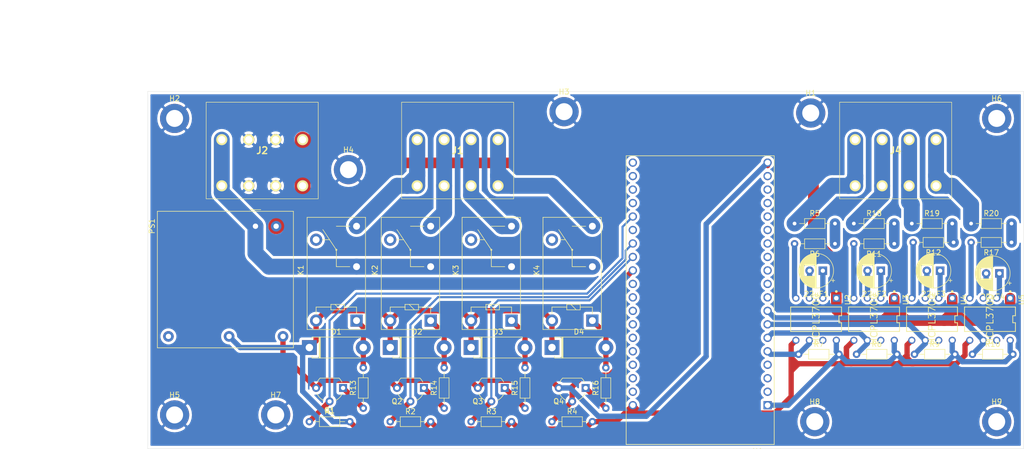
<source format=kicad_pcb>
(kicad_pcb (version 20171130) (host pcbnew "(5.1.6)-1")
  (layers (0 F.Cu signal hide) (31 B.Cu signal hide) (34 B.Paste user) (35 F.Paste user) (36 B.SilkS user) (37 F.SilkS user) (38 B.Mask user) (39 F.Mask user) (44 Edge.Cuts user))
  (net 0 "")
  (net 1 "Net-(D1-Pad2)")
  (net 2 "Net-(D2-Pad2)")
  (net 3 5VGND)
  (net 4 "Net-(D3-Pad2)")
  (net 5 "Net-(D4-Pad2)")
  (net 6 "220VAC(L)")
  (net 7 "220VAC(N)")
  (net 8 5V+)
  (net 9 "Net-(Q1-Pad1)")
  (net 10 "Net-(Q2-Pad1)")
  (net 11 "Net-(Q3-Pad1)")
  (net 12 "Net-(Q4-Pad1)")
  (net 13 "Net-(R5-Pad2)")
  (net 14 "Net-(R6-Pad2)")
  (net 15 3.3V+)
  (net 16 "Net-(Q1-Pad2)")
  (net 17 "Net-(Q2-Pad2)")
  (net 18 "Net-(Q3-Pad2)")
  (net 19 "Net-(Q4-Pad2)")
  (net 20 Earth)
  (net 21 Sens4)
  (net 22 Sens3)
  (net 23 Sens2)
  (net 24 Sens1)
  (net 25 REO4)
  (net 26 REO3)
  (net 27 REO2)
  (net 28 REO1)
  (net 29 "Net-(R17-Pad2)")
  (net 30 GPIO34)
  (net 31 GPIO35)
  (net 32 GPIO32)
  (net 33 GPIO33)
  (net 34 "Net-(22uF1-Pad2)")
  (net 35 "Net-(22uF1-Pad1)")
  (net 36 "Net-(22uF2-Pad2)")
  (net 37 "Net-(22uF2-Pad1)")
  (net 38 "Net-(22uF3-Pad2)")
  (net 39 "Net-(22uF3-Pad1)")
  (net 40 "Net-(22uF4-Pad2)")
  (net 41 "Net-(22uF4-Pad1)")
  (net 42 "Net-(K1-Pad4)")
  (net 43 "Net-(K2-Pad4)")
  (net 44 "Net-(K3-Pad4)")
  (net 45 "Net-(K4-Pad4)")
  (net 46 "Net-(PS1-Pad3)")
  (net 47 "Net-(R11-Pad2)")
  (net 48 "Net-(R11-Pad1)")
  (net 49 "Net-(R12-Pad2)")
  (net 50 "Net-(R12-Pad1)")
  (net 51 "Net-(R17-Pad1)")
  (net 52 "Net-(U1-Pad38)")
  (net 53 "Net-(U1-Pad37)")
  (net 54 "Net-(U1-Pad36)")
  (net 55 "Net-(U1-Pad35)")
  (net 56 "Net-(U1-Pad33)")
  (net 57 "Net-(U1-Pad29)")
  (net 58 "Net-(U1-Pad28)")
  (net 59 "Net-(U1-Pad27)")
  (net 60 "Net-(U1-Pad26)")
  (net 61 "Net-(U1-Pad25)")
  (net 62 "Net-(U1-Pad24)")
  (net 63 "Net-(U1-Pad23)")
  (net 64 "Net-(U1-Pad22)")
  (net 65 "Net-(U1-Pad21)")
  (net 66 "Net-(U1-Pad18)")
  (net 67 "Net-(U1-Pad17)")
  (net 68 "Net-(U1-Pad16)")
  (net 69 "Net-(U1-Pad15)")
  (net 70 "Net-(U1-Pad14)")
  (net 71 "Net-(U1-Pad13)")
  (net 72 "Net-(U1-Pad12)")
  (net 73 "Net-(U1-Pad11)")
  (net 74 "Net-(U1-Pad10)")
  (net 75 "Net-(U1-Pad9)")
  (net 76 "Net-(U1-Pad4)")
  (net 77 "Net-(U1-Pad3)")
  (net 78 "Net-(U1-Pad2)")
  (net 79 "Net-(U2-Pad7)")
  (net 80 "Net-(U3-Pad7)")
  (net 81 "Net-(U4-Pad7)")
  (net 82 "Net-(U5-Pad7)")
  (module Relay_THT:Relay_SPDT_Omron-G5Q-1 (layer F.Cu) (at 60.96 59.69 90)
    (fp_text reference K1 (at 9.5 -10.5 270) (layer F.SilkS))
    (fp_text value G5Q-1)
    (pad 5 thru_hole circle (at 0 -7.62 270) (size 2.3 2.3) (drill 1.3) (layers *.Cu *.Mask) (net 3 5VGND))
    (pad 4 thru_hole circle (at 15.24 -7.62 270) (size 2.3 2.3) (drill 1.3) (layers *.Cu *.Mask) (net 42 "Net-(K1-Pad4)"))
    (pad 3 thru_hole circle (at 17.78 0 270) (size 2.3 2.3) (drill 1.3) (layers *.Cu *.Mask) (net 28 REO1))
    (pad 2 thru_hole circle (at 10.16 0 270) (size 2.3 2.3) (drill 1.3) (layers *.Cu *.Mask) (net 6 "220VAC(L)"))
    (pad 1 thru_hole rect (at 0 0 270) (size 2.3 2.3) (drill 1.3) (layers *.Cu *.Mask) (net 1 "Net-(D1-Pad2)"))
  )
  (module MountingHole:MountingHole_3.2mm_M3_ISO14580_Pad (layer F.Cu) (at 181.61 78.74)
    (fp_text reference H9 (at 0 -3.75) (layer F.SilkS))
    (fp_text value MountingHole_Pad)
    (pad 1 thru_hole circle (at 0 0) (size 5.5 5.5) (drill 3.2) (layers *.Cu *.Mask) (net 20 Earth))
  )
  (module MountingHole:MountingHole_3.2mm_M3_ISO14580_Pad (layer F.Cu) (at 147.32 78.74)
    (fp_text reference H8 (at 0 -3.75) (layer F.SilkS))
    (fp_text value MountingHole_Pad)
    (pad 1 thru_hole circle (at 0 0) (size 5.5 5.5) (drill 3.2) (layers *.Cu *.Mask) (net 20 Earth))
  )
  (module Phoenix_Conn:1017505 (layer F.Cu) (at 170.18 34.29 180)
    (fp_text reference J4 (at 7.62 6.65) (layer F.SilkS) (effects (font (size 1.27 1.27) (thickness 0.254))))
    (fp_text value 1017505 hide)
    (pad 8 thru_hole circle (at 15.24 8.7 270) (size 2.1 2.1) (drill 1.4) (layers *.Cu *.Mask F.SilkS) (net 24 Sens1))
    (pad 7 thru_hole circle (at 15.24 0 270) (size 2.1 2.1) (drill 1.4) (layers *.Cu *.Mask F.SilkS) (net 24 Sens1))
    (pad 6 thru_hole circle (at 10.16 8.7 270) (size 2.1 2.1) (drill 1.4) (layers *.Cu *.Mask F.SilkS) (net 23 Sens2))
    (pad 5 thru_hole circle (at 10.16 0 270) (size 2.1 2.1) (drill 1.4) (layers *.Cu *.Mask F.SilkS) (net 23 Sens2))
    (pad 4 thru_hole circle (at 5.08 8.7 270) (size 2.1 2.1) (drill 1.4) (layers *.Cu *.Mask F.SilkS) (net 22 Sens3))
    (pad 3 thru_hole circle (at 5.08 0 270) (size 2.1 2.1) (drill 1.4) (layers *.Cu *.Mask F.SilkS) (net 22 Sens3))
    (pad 2 thru_hole circle (at 0 8.7 270) (size 2.1 2.1) (drill 1.4) (layers *.Cu *.Mask F.SilkS) (net 21 Sens4))
    (pad 1 thru_hole circle (at 0 0 270) (size 2.1 2.1) (drill 1.4) (layers *.Cu *.Mask F.SilkS) (net 21 Sens4))
  )
  (module Phoenix_Conn:1017505 (layer F.Cu) (at 50.8 34.29 180)
    (fp_text reference J2 (at 7.62 6.65) (layer F.SilkS) (effects (font (size 1.27 1.27) (thickness 0.254))))
    (fp_text value 1017505 hide)
    (pad 8 thru_hole circle (at 15.24 8.7 270) (size 2.1 2.1) (drill 1.4) (layers *.Cu *.Mask F.SilkS) (net 6 "220VAC(L)"))
    (pad 7 thru_hole circle (at 15.24 0 270) (size 2.1 2.1) (drill 1.4) (layers *.Cu *.Mask F.SilkS) (net 6 "220VAC(L)"))
    (pad 6 thru_hole circle (at 10.16 8.7 270) (size 2.1 2.1) (drill 1.4) (layers *.Cu *.Mask F.SilkS) (net 20 Earth))
    (pad 5 thru_hole circle (at 10.16 0 270) (size 2.1 2.1) (drill 1.4) (layers *.Cu *.Mask F.SilkS) (net 20 Earth))
    (pad 4 thru_hole circle (at 5.08 8.7 270) (size 2.1 2.1) (drill 1.4) (layers *.Cu *.Mask F.SilkS) (net 20 Earth))
    (pad 3 thru_hole circle (at 5.08 0 270) (size 2.1 2.1) (drill 1.4) (layers *.Cu *.Mask F.SilkS) (net 20 Earth))
    (pad 2 thru_hole circle (at 0 8.7 270) (size 2.1 2.1) (drill 1.4) (layers *.Cu *.Mask F.SilkS) (net 7 "220VAC(N)"))
    (pad 1 thru_hole circle (at 0 0 270) (size 2.1 2.1) (drill 1.4) (layers *.Cu *.Mask F.SilkS) (net 7 "220VAC(N)"))
  )
  (module Phoenix_Conn:1017505 (layer F.Cu) (at 87.63 34.29 180)
    (fp_text reference J1 (at 7.62 6.65) (layer F.SilkS) (effects (font (size 1.27 1.27) (thickness 0.254))))
    (fp_text value 1017505 hide)
    (pad 8 thru_hole circle (at 15.24 8.7 270) (size 2.1 2.1) (drill 1.4) (layers *.Cu *.Mask F.SilkS) (net 28 REO1))
    (pad 7 thru_hole circle (at 15.24 0 270) (size 2.1 2.1) (drill 1.4) (layers *.Cu *.Mask F.SilkS) (net 28 REO1))
    (pad 6 thru_hole circle (at 10.16 8.7 270) (size 2.1 2.1) (drill 1.4) (layers *.Cu *.Mask F.SilkS) (net 27 REO2))
    (pad 5 thru_hole circle (at 10.16 0 270) (size 2.1 2.1) (drill 1.4) (layers *.Cu *.Mask F.SilkS) (net 27 REO2))
    (pad 4 thru_hole circle (at 5.08 8.7 270) (size 2.1 2.1) (drill 1.4) (layers *.Cu *.Mask F.SilkS) (net 26 REO3))
    (pad 3 thru_hole circle (at 5.08 0 270) (size 2.1 2.1) (drill 1.4) (layers *.Cu *.Mask F.SilkS) (net 26 REO3))
    (pad 2 thru_hole circle (at 0 8.7 270) (size 2.1 2.1) (drill 1.4) (layers *.Cu *.Mask F.SilkS) (net 25 REO4))
    (pad 1 thru_hole circle (at 0 0 270) (size 2.1 2.1) (drill 1.4) (layers *.Cu *.Mask F.SilkS) (net 25 REO4))
  )
  (module esp32-footprint:MODULE_ESP32-DEVKITC-32D (layer F.Cu) (at 125.73 55.88 180)
    (fp_text reference U1 (at -10.829175 -28.446045) (layer F.SilkS) (effects (font (size 1.000386 1.000386))))
    (fp_text value ESP32-DEVKITC-32D)
    (pad 38 thru_hole circle (at 12.7 25.96 180) (size 1.56 1.56) (drill 1.04) (layers *.Cu *.Mask) (net 52 "Net-(U1-Pad38)"))
    (pad 37 thru_hole circle (at 12.7 23.42 180) (size 1.56 1.56) (drill 1.04) (layers *.Cu *.Mask) (net 53 "Net-(U1-Pad37)"))
    (pad 36 thru_hole circle (at 12.7 20.88 180) (size 1.56 1.56) (drill 1.04) (layers *.Cu *.Mask) (net 54 "Net-(U1-Pad36)"))
    (pad 35 thru_hole circle (at 12.7 18.34 180) (size 1.56 1.56) (drill 1.04) (layers *.Cu *.Mask) (net 55 "Net-(U1-Pad35)"))
    (pad 34 thru_hole circle (at 12.7 15.8 180) (size 1.56 1.56) (drill 1.04) (layers *.Cu *.Mask) (net 16 "Net-(Q1-Pad2)"))
    (pad 33 thru_hole circle (at 12.7 13.26 180) (size 1.56 1.56) (drill 1.04) (layers *.Cu *.Mask) (net 56 "Net-(U1-Pad33)"))
    (pad 32 thru_hole circle (at 12.7 10.72 180) (size 1.56 1.56) (drill 1.04) (layers *.Cu *.Mask) (net 17 "Net-(Q2-Pad2)"))
    (pad 31 thru_hole circle (at 12.7 8.18 180) (size 1.56 1.56) (drill 1.04) (layers *.Cu *.Mask) (net 18 "Net-(Q3-Pad2)"))
    (pad 30 thru_hole circle (at 12.7 5.64 180) (size 1.56 1.56) (drill 1.04) (layers *.Cu *.Mask) (net 19 "Net-(Q4-Pad2)"))
    (pad 29 thru_hole circle (at 12.7 3.1 180) (size 1.56 1.56) (drill 1.04) (layers *.Cu *.Mask) (net 57 "Net-(U1-Pad29)"))
    (pad 28 thru_hole circle (at 12.7 0.56 180) (size 1.56 1.56) (drill 1.04) (layers *.Cu *.Mask) (net 58 "Net-(U1-Pad28)"))
    (pad 27 thru_hole circle (at 12.7 -1.98 180) (size 1.56 1.56) (drill 1.04) (layers *.Cu *.Mask) (net 59 "Net-(U1-Pad27)"))
    (pad 26 thru_hole circle (at 12.7 -4.52 180) (size 1.56 1.56) (drill 1.04) (layers *.Cu *.Mask) (net 60 "Net-(U1-Pad26)"))
    (pad 25 thru_hole circle (at 12.7 -7.06 180) (size 1.56 1.56) (drill 1.04) (layers *.Cu *.Mask) (net 61 "Net-(U1-Pad25)"))
    (pad 24 thru_hole circle (at 12.7 -9.6 180) (size 1.56 1.56) (drill 1.04) (layers *.Cu *.Mask) (net 62 "Net-(U1-Pad24)"))
    (pad 23 thru_hole circle (at 12.7 -12.14 180) (size 1.56 1.56) (drill 1.04) (layers *.Cu *.Mask) (net 63 "Net-(U1-Pad23)"))
    (pad 22 thru_hole circle (at 12.7 -14.68 180) (size 1.56 1.56) (drill 1.04) (layers *.Cu *.Mask) (net 64 "Net-(U1-Pad22)"))
    (pad 21 thru_hole circle (at 12.7 -17.22 180) (size 1.56 1.56) (drill 1.04) (layers *.Cu *.Mask) (net 65 "Net-(U1-Pad21)"))
    (pad 20 thru_hole circle (at 12.7 -19.76 180) (size 1.56 1.56) (drill 1.04) (layers *.Cu *.Mask) (net 3 5VGND))
    (pad 18 thru_hole circle (at -12.7 23.42 180) (size 1.56 1.56) (drill 1.04) (layers *.Cu *.Mask) (net 66 "Net-(U1-Pad18)"))
    (pad 17 thru_hole circle (at -12.7 20.88 180) (size 1.56 1.56) (drill 1.04) (layers *.Cu *.Mask) (net 67 "Net-(U1-Pad17)"))
    (pad 16 thru_hole circle (at -12.7 18.34 180) (size 1.56 1.56) (drill 1.04) (layers *.Cu *.Mask) (net 68 "Net-(U1-Pad16)"))
    (pad 15 thru_hole circle (at -12.7 15.8 180) (size 1.56 1.56) (drill 1.04) (layers *.Cu *.Mask) (net 69 "Net-(U1-Pad15)"))
    (pad 14 thru_hole circle (at -12.7 13.26 180) (size 1.56 1.56) (drill 1.04) (layers *.Cu *.Mask) (net 70 "Net-(U1-Pad14)"))
    (pad 13 thru_hole circle (at -12.7 10.72 180) (size 1.56 1.56) (drill 1.04) (layers *.Cu *.Mask) (net 71 "Net-(U1-Pad13)"))
    (pad 12 thru_hole circle (at -12.7 8.18 180) (size 1.56 1.56) (drill 1.04) (layers *.Cu *.Mask) (net 72 "Net-(U1-Pad12)"))
    (pad 11 thru_hole circle (at -12.7 5.64 180) (size 1.56 1.56) (drill 1.04) (layers *.Cu *.Mask) (net 73 "Net-(U1-Pad11)"))
    (pad 10 thru_hole circle (at -12.7 3.1 180) (size 1.56 1.56) (drill 1.04) (layers *.Cu *.Mask) (net 74 "Net-(U1-Pad10)"))
    (pad 9 thru_hole circle (at -12.7 0.56 180) (size 1.56 1.56) (drill 1.04) (layers *.Cu *.Mask) (net 75 "Net-(U1-Pad9)"))
    (pad 8 thru_hole circle (at -12.7 -1.98 180) (size 1.56 1.56) (drill 1.04) (layers *.Cu *.Mask) (net 33 GPIO33))
    (pad 7 thru_hole circle (at -12.7 -4.52 180) (size 1.56 1.56) (drill 1.04) (layers *.Cu *.Mask) (net 32 GPIO32))
    (pad 6 thru_hole circle (at -12.7 -7.06 180) (size 1.56 1.56) (drill 1.04) (layers *.Cu *.Mask) (net 31 GPIO35))
    (pad 5 thru_hole circle (at -12.7 -9.6 180) (size 1.56 1.56) (drill 1.04) (layers *.Cu *.Mask) (net 30 GPIO34))
    (pad 4 thru_hole circle (at -12.7 -12.14 180) (size 1.56 1.56) (drill 1.04) (layers *.Cu *.Mask) (net 76 "Net-(U1-Pad4)"))
    (pad 3 thru_hole circle (at -12.7 -14.68 180) (size 1.56 1.56) (drill 1.04) (layers *.Cu *.Mask) (net 77 "Net-(U1-Pad3)"))
    (pad 19 thru_hole circle (at -12.7 25.96 180) (size 1.56 1.56) (drill 1.04) (layers *.Cu *.Mask) (net 8 5V+))
    (pad 2 thru_hole circle (at -12.7 -17.22 180) (size 1.56 1.56) (drill 1.04) (layers *.Cu *.Mask) (net 78 "Net-(U1-Pad2)"))
    (pad 1 thru_hole rect (at -12.7 -19.76 180) (size 1.56 1.56) (drill 1.04) (layers *.Cu *.Mask) (net 15 3.3V+))
  )
  (module HCPL:ON_Semi-CASE_62605_ISSUE_P-0-0-0 (layer F.Cu) (at 180.34 59.436 270)
    (fp_text reference U5 (at -4.77 -5.995 90) (layer F.SilkS) (effects (justify right)))
    (fp_text value HCPL3700 (at 0 0 90) (layer F.SilkS) (effects (font (size 1.27 1.27))))
    (pad 8 thru_hole circle (at 3.97 -3.81 270) (size 1.35 1.35) (drill 0.85) (layers *.Cu) (net 15 3.3V+))
    (pad 7 thru_hole circle (at 3.97 -1.27 270) (size 1.35 1.35) (drill 0.85) (layers *.Cu) (net 82 "Net-(U5-Pad7)"))
    (pad 6 thru_hole circle (at 3.97 1.27 270) (size 1.35 1.35) (drill 0.85) (layers *.Cu) (net 33 GPIO33))
    (pad 5 thru_hole circle (at 3.97 3.81 270) (size 1.35 1.35) (drill 0.85) (layers *.Cu) (net 3 5VGND))
    (pad 4 thru_hole circle (at -3.97 3.81 270) (size 1.35 1.35) (drill 0.85) (layers *.Cu) (net 29 "Net-(R17-Pad2)"))
    (pad 3 thru_hole circle (at -3.97 1.27 270) (size 1.35 1.35) (drill 0.85) (layers *.Cu) (net 40 "Net-(22uF4-Pad2)"))
    (pad 2 thru_hole circle (at -3.97 -1.27 270) (size 1.35 1.35) (drill 0.85) (layers *.Cu) (net 41 "Net-(22uF4-Pad1)"))
    (pad 1 thru_hole rect (at -3.97 -3.81 270) (size 1.35 1.35) (drill 0.85) (layers *.Cu) (net 7 "220VAC(N)"))
  )
  (module HCPL:ON_Semi-CASE_62605_ISSUE_P-0-0-0 (layer F.Cu) (at 169.418 59.436 270)
    (fp_text reference U4 (at -4.77 -5.995 90) (layer F.SilkS) (effects (justify right)))
    (fp_text value HCPL3700 (at 0 0 90) (layer F.SilkS) (effects (font (size 1.27 1.27))))
    (pad 8 thru_hole circle (at 3.97 -3.81 270) (size 1.35 1.35) (drill 0.85) (layers *.Cu) (net 15 3.3V+))
    (pad 7 thru_hole circle (at 3.97 -1.27 270) (size 1.35 1.35) (drill 0.85) (layers *.Cu) (net 81 "Net-(U4-Pad7)"))
    (pad 6 thru_hole circle (at 3.97 1.27 270) (size 1.35 1.35) (drill 0.85) (layers *.Cu) (net 32 GPIO32))
    (pad 5 thru_hole circle (at 3.97 3.81 270) (size 1.35 1.35) (drill 0.85) (layers *.Cu) (net 3 5VGND))
    (pad 4 thru_hole circle (at -3.97 3.81 270) (size 1.35 1.35) (drill 0.85) (layers *.Cu) (net 49 "Net-(R12-Pad2)"))
    (pad 3 thru_hole circle (at -3.97 1.27 270) (size 1.35 1.35) (drill 0.85) (layers *.Cu) (net 38 "Net-(22uF3-Pad2)"))
    (pad 2 thru_hole circle (at -3.97 -1.27 270) (size 1.35 1.35) (drill 0.85) (layers *.Cu) (net 39 "Net-(22uF3-Pad1)"))
    (pad 1 thru_hole rect (at -3.97 -3.81 270) (size 1.35 1.35) (drill 0.85) (layers *.Cu) (net 7 "220VAC(N)"))
  )
  (module HCPL:ON_Semi-CASE_62605_ISSUE_P-0-0-0 (layer F.Cu) (at 158.496 59.436 270)
    (fp_text reference U3 (at -4.77 -5.995 90) (layer F.SilkS) (effects (justify right)))
    (fp_text value HCPL3700 (at 0 0 90) (layer F.SilkS) (effects (font (size 1.27 1.27))))
    (pad 8 thru_hole circle (at 3.97 -3.81 270) (size 1.35 1.35) (drill 0.85) (layers *.Cu) (net 15 3.3V+))
    (pad 7 thru_hole circle (at 3.97 -1.27 270) (size 1.35 1.35) (drill 0.85) (layers *.Cu) (net 80 "Net-(U3-Pad7)"))
    (pad 6 thru_hole circle (at 3.97 1.27 270) (size 1.35 1.35) (drill 0.85) (layers *.Cu) (net 31 GPIO35))
    (pad 5 thru_hole circle (at 3.97 3.81 270) (size 1.35 1.35) (drill 0.85) (layers *.Cu) (net 3 5VGND))
    (pad 4 thru_hole circle (at -3.97 3.81 270) (size 1.35 1.35) (drill 0.85) (layers *.Cu) (net 47 "Net-(R11-Pad2)"))
    (pad 3 thru_hole circle (at -3.97 1.27 270) (size 1.35 1.35) (drill 0.85) (layers *.Cu) (net 36 "Net-(22uF2-Pad2)"))
    (pad 2 thru_hole circle (at -3.97 -1.27 270) (size 1.35 1.35) (drill 0.85) (layers *.Cu) (net 37 "Net-(22uF2-Pad1)"))
    (pad 1 thru_hole rect (at -3.97 -3.81 270) (size 1.35 1.35) (drill 0.85) (layers *.Cu) (net 7 "220VAC(N)"))
  )
  (module HCPL:ON_Semi-CASE_62605_ISSUE_P-0-0-0 (layer F.Cu) (at 147.574 59.436 270)
    (fp_text reference U2 (at -4.77 -5.995 90) (layer F.SilkS) (effects (justify right)))
    (fp_text value HCPL3700 (at 0 0 90) (layer F.SilkS) (effects (font (size 1.27 1.27))))
    (pad 8 thru_hole circle (at 3.97 -3.81 270) (size 1.35 1.35) (drill 0.85) (layers *.Cu) (net 15 3.3V+))
    (pad 7 thru_hole circle (at 3.97 -1.27 270) (size 1.35 1.35) (drill 0.85) (layers *.Cu) (net 79 "Net-(U2-Pad7)"))
    (pad 6 thru_hole circle (at 3.97 1.27 270) (size 1.35 1.35) (drill 0.85) (layers *.Cu) (net 30 GPIO34))
    (pad 5 thru_hole circle (at 3.97 3.81 270) (size 1.35 1.35) (drill 0.85) (layers *.Cu) (net 3 5VGND))
    (pad 4 thru_hole circle (at -3.97 3.81 270) (size 1.35 1.35) (drill 0.85) (layers *.Cu) (net 14 "Net-(R6-Pad2)"))
    (pad 3 thru_hole circle (at -3.97 1.27 270) (size 1.35 1.35) (drill 0.85) (layers *.Cu) (net 34 "Net-(22uF1-Pad2)"))
    (pad 2 thru_hole circle (at -3.97 -1.27 270) (size 1.35 1.35) (drill 0.85) (layers *.Cu) (net 35 "Net-(22uF1-Pad1)"))
    (pad 1 thru_hole rect (at -3.97 -3.81 270) (size 1.35 1.35) (drill 0.85) (layers *.Cu) (net 7 "220VAC(N)"))
  )
  (module Resistor_THT:R_Axial_DIN0204_L3.6mm_D1.6mm_P7.62mm_Horizontal (layer F.Cu) (at 176.784 41.402)
    (fp_text reference R20 (at 3.81 -1.92) (layer F.SilkS))
    (fp_text value 47k)
    (pad 2 thru_hole oval (at 7.62 0) (size 1.4 1.4) (drill 0.7) (layers *.Cu *.Mask) (net 51 "Net-(R17-Pad1)"))
    (pad 1 thru_hole circle (at 0 0) (size 1.4 1.4) (drill 0.7) (layers *.Cu *.Mask) (net 21 Sens4))
  )
  (module Resistor_THT:R_Axial_DIN0204_L3.6mm_D1.6mm_P7.62mm_Horizontal (layer F.Cu) (at 165.608 41.402)
    (fp_text reference R19 (at 3.81 -1.92) (layer F.SilkS))
    (fp_text value 47k)
    (pad 2 thru_hole oval (at 7.62 0) (size 1.4 1.4) (drill 0.7) (layers *.Cu *.Mask) (net 50 "Net-(R12-Pad1)"))
    (pad 1 thru_hole circle (at 0 0) (size 1.4 1.4) (drill 0.7) (layers *.Cu *.Mask) (net 22 Sens3))
  )
  (module Resistor_THT:R_Axial_DIN0204_L3.6mm_D1.6mm_P7.62mm_Horizontal (layer F.Cu) (at 154.686 41.402)
    (fp_text reference R18 (at 3.81 -1.92) (layer F.SilkS))
    (fp_text value 47k)
    (pad 2 thru_hole oval (at 7.62 0) (size 1.4 1.4) (drill 0.7) (layers *.Cu *.Mask) (net 48 "Net-(R11-Pad1)"))
    (pad 1 thru_hole circle (at 0 0) (size 1.4 1.4) (drill 0.7) (layers *.Cu *.Mask) (net 23 Sens2))
  )
  (module Resistor_THT:R_Axial_DIN0204_L3.6mm_D1.6mm_P7.62mm_Horizontal (layer F.Cu) (at 184.404 44.958 180)
    (fp_text reference R17 (at 3.81 -1.92) (layer F.SilkS))
    (fp_text value 47k)
    (pad 2 thru_hole oval (at 7.62 0 180) (size 1.4 1.4) (drill 0.7) (layers *.Cu *.Mask) (net 29 "Net-(R17-Pad2)"))
    (pad 1 thru_hole circle (at 0 0 180) (size 1.4 1.4) (drill 0.7) (layers *.Cu *.Mask) (net 51 "Net-(R17-Pad1)"))
  )
  (module Resistor_THT:R_Axial_DIN0204_L3.6mm_D1.6mm_P7.62mm_Horizontal (layer F.Cu) (at 173.482 44.958 180)
    (fp_text reference R12 (at 3.81 -1.92) (layer F.SilkS))
    (fp_text value 47k)
    (pad 2 thru_hole oval (at 7.62 0 180) (size 1.4 1.4) (drill 0.7) (layers *.Cu *.Mask) (net 49 "Net-(R12-Pad2)"))
    (pad 1 thru_hole circle (at 0 0 180) (size 1.4 1.4) (drill 0.7) (layers *.Cu *.Mask) (net 50 "Net-(R12-Pad1)"))
  )
  (module Resistor_THT:R_Axial_DIN0204_L3.6mm_D1.6mm_P7.62mm_Horizontal (layer F.Cu) (at 162.306 45.212 180)
    (fp_text reference R11 (at 3.81 -1.92) (layer F.SilkS))
    (fp_text value 47k)
    (pad 2 thru_hole oval (at 7.62 0 180) (size 1.4 1.4) (drill 0.7) (layers *.Cu *.Mask) (net 47 "Net-(R11-Pad2)"))
    (pad 1 thru_hole circle (at 0 0 180) (size 1.4 1.4) (drill 0.7) (layers *.Cu *.Mask) (net 48 "Net-(R11-Pad1)"))
  )
  (module Resistor_THT:R_Axial_DIN0204_L3.6mm_D1.6mm_P7.62mm_Horizontal (layer F.Cu) (at 177.038 66.04)
    (fp_text reference R10 (at 3.81 -1.92) (layer F.SilkS))
    (fp_text value 10K)
    (pad 2 thru_hole oval (at 7.62 0) (size 1.4 1.4) (drill 0.7) (layers *.Cu *.Mask) (net 15 3.3V+))
    (pad 1 thru_hole circle (at 0 0) (size 1.4 1.4) (drill 0.7) (layers *.Cu *.Mask) (net 33 GPIO33))
  )
  (module Resistor_THT:R_Axial_DIN0204_L3.6mm_D1.6mm_P7.62mm_Horizontal (layer F.Cu) (at 166.116 66.04)
    (fp_text reference R9 (at 3.81 -1.92) (layer F.SilkS))
    (fp_text value 10K)
    (pad 2 thru_hole oval (at 7.62 0) (size 1.4 1.4) (drill 0.7) (layers *.Cu *.Mask) (net 15 3.3V+))
    (pad 1 thru_hole circle (at 0 0) (size 1.4 1.4) (drill 0.7) (layers *.Cu *.Mask) (net 32 GPIO32))
  )
  (module Resistor_THT:R_Axial_DIN0204_L3.6mm_D1.6mm_P7.62mm_Horizontal (layer F.Cu) (at 155.194 66.04)
    (fp_text reference R8 (at 3.81 -1.92) (layer F.SilkS))
    (fp_text value 10K)
    (pad 2 thru_hole oval (at 7.62 0) (size 1.4 1.4) (drill 0.7) (layers *.Cu *.Mask) (net 15 3.3V+))
    (pad 1 thru_hole circle (at 0 0) (size 1.4 1.4) (drill 0.7) (layers *.Cu *.Mask) (net 31 GPIO35))
  )
  (module Resistor_THT:R_Axial_DIN0204_L3.6mm_D1.6mm_P7.62mm_Horizontal (layer F.Cu) (at 144.272 66.04)
    (fp_text reference R7 (at 3.81 -1.92) (layer F.SilkS))
    (fp_text value 10K)
    (pad 2 thru_hole oval (at 7.62 0) (size 1.4 1.4) (drill 0.7) (layers *.Cu *.Mask) (net 15 3.3V+))
    (pad 1 thru_hole circle (at 0 0) (size 1.4 1.4) (drill 0.7) (layers *.Cu *.Mask) (net 30 GPIO34))
  )
  (module Capacitor_THT:CP_Radial_D6.3mm_P2.50mm (layer F.Cu) (at 182.118 50.8 180)
    (fp_text reference 22uF4 (at 1.25 -4.4) (layer F.SilkS))
    (fp_text value CP_Small)
    (pad 2 thru_hole circle (at 2.5 0 180) (size 1.6 1.6) (drill 0.8) (layers *.Cu *.Mask) (net 40 "Net-(22uF4-Pad2)"))
    (pad 1 thru_hole rect (at 0 0 180) (size 1.6 1.6) (drill 0.8) (layers *.Cu *.Mask) (net 41 "Net-(22uF4-Pad1)"))
  )
  (module Capacitor_THT:CP_Radial_D6.3mm_P2.50mm (layer F.Cu) (at 170.942 50.292 180)
    (fp_text reference 22uF3 (at 1.25 -4.4) (layer F.SilkS))
    (fp_text value CP_Small)
    (pad 2 thru_hole circle (at 2.5 0 180) (size 1.6 1.6) (drill 0.8) (layers *.Cu *.Mask) (net 38 "Net-(22uF3-Pad2)"))
    (pad 1 thru_hole rect (at 0 0 180) (size 1.6 1.6) (drill 0.8) (layers *.Cu *.Mask) (net 39 "Net-(22uF3-Pad1)"))
  )
  (module Capacitor_THT:CP_Radial_D6.3mm_P2.50mm (layer F.Cu) (at 159.766 50.292 180)
    (fp_text reference 22uF2 (at 1.25 -4.4) (layer F.SilkS))
    (fp_text value CP_Small)
    (pad 2 thru_hole circle (at 2.5 0 180) (size 1.6 1.6) (drill 0.8) (layers *.Cu *.Mask) (net 36 "Net-(22uF2-Pad2)"))
    (pad 1 thru_hole rect (at 0 0 180) (size 1.6 1.6) (drill 0.8) (layers *.Cu *.Mask) (net 37 "Net-(22uF2-Pad1)"))
  )
  (module Capacitor_THT:CP_Radial_D6.3mm_P2.50mm (layer F.Cu) (at 148.844 50.292 180)
    (fp_text reference 22uF1 (at 1.25 -4.4) (layer F.SilkS))
    (fp_text value CP_Small)
    (pad 2 thru_hole circle (at 2.5 0 180) (size 1.6 1.6) (drill 0.8) (layers *.Cu *.Mask) (net 34 "Net-(22uF1-Pad2)"))
    (pad 1 thru_hole rect (at 0 0 180) (size 1.6 1.6) (drill 0.8) (layers *.Cu *.Mask) (net 35 "Net-(22uF1-Pad1)"))
  )
  (module MountingHole:MountingHole_3.2mm_M3_ISO14580_Pad (layer F.Cu) (at 146.558 20.574)
    (fp_text reference H1 (at 0 -3.75) (layer F.SilkS))
    (fp_text value MountingHole_Pad)
    (pad 1 thru_hole circle (at 0 0) (size 5.5 5.5) (drill 3.2) (layers *.Cu *.Mask) (net 20 Earth))
  )
  (module Converter_ACDC:Converter_ACDC_RECOM_RAC05-xxSK_THT (layer F.Cu) (at 41.91 41.91 90)
    (fp_text reference PS1 (at 0 -19.5 270) (layer F.SilkS))
    (fp_text value RAC05-05SK)
    (pad 5 thru_hole circle (at -20.76 5.19) (size 2 2) (drill 1) (layers *.Cu *.Mask) (net 8 5V+))
    (pad 3 thru_hole circle (at -20.76 -16.4 270) (size 2 2) (drill 1) (layers *.Cu *.Mask) (net 46 "Net-(PS1-Pad3)"))
    (pad 4 thru_hole circle (at -20.76 -4.97) (size 2 2) (drill 1) (layers *.Cu *.Mask) (net 3 5VGND))
    (pad 2 thru_hole circle (at 0 3.9) (size 2 2) (drill 1) (layers *.Cu *.Mask) (net 7 "220VAC(N)"))
    (pad 1 thru_hole rect (at 0 0) (size 2 2) (drill 1) (layers *.Cu *.Mask) (net 6 "220VAC(L)"))
  )
  (module Resistor_THT:R_Axial_DIN0204_L3.6mm_D1.6mm_P7.62mm_Horizontal (layer F.Cu) (at 151.13 45.212 180)
    (fp_text reference R6 (at 3.81 -1.92) (layer F.SilkS))
    (fp_text value 47k)
    (pad 2 thru_hole oval (at 7.62 0 180) (size 1.4 1.4) (drill 0.7) (layers *.Cu *.Mask) (net 14 "Net-(R6-Pad2)"))
    (pad 1 thru_hole circle (at 0 0 180) (size 1.4 1.4) (drill 0.7) (layers *.Cu *.Mask) (net 13 "Net-(R5-Pad2)"))
  )
  (module MountingHole:MountingHole_3.2mm_M3_ISO14580_Pad (layer F.Cu) (at 45.72 77.47)
    (fp_text reference H7 (at 0 -3.75) (layer F.SilkS))
    (fp_text value MountingHole_Pad)
    (pad 1 thru_hole circle (at 0 0) (size 5.5 5.5) (drill 3.2) (layers *.Cu *.Mask) (net 20 Earth))
  )
  (module MountingHole:MountingHole_3.2mm_M3_ISO14580_Pad (layer F.Cu) (at 181.61 21.59)
    (fp_text reference H6 (at 0 -3.75) (layer F.SilkS))
    (fp_text value MountingHole_Pad)
    (pad 1 thru_hole circle (at 0 0) (size 5.5 5.5) (drill 3.2) (layers *.Cu *.Mask) (net 20 Earth))
  )
  (module MountingHole:MountingHole_3.2mm_M3_ISO14580_Pad (layer F.Cu) (at 26.67 77.47)
    (fp_text reference H5 (at 0 -3.75) (layer F.SilkS))
    (fp_text value MountingHole_Pad)
    (pad 1 thru_hole circle (at 0 0) (size 5.5 5.5) (drill 3.2) (layers *.Cu *.Mask) (net 20 Earth))
  )
  (module MountingHole:MountingHole_3.2mm_M3_ISO14580_Pad (layer F.Cu) (at 59.436 31.242)
    (fp_text reference H4 (at 0 -3.75) (layer F.SilkS))
    (fp_text value MountingHole_Pad)
    (pad 1 thru_hole circle (at 0 0) (size 5.5 5.5) (drill 3.2) (layers *.Cu *.Mask) (net 20 Earth))
  )
  (module MountingHole:MountingHole_3.2mm_M3_ISO14580_Pad (layer F.Cu) (at 100.076 20.32)
    (fp_text reference H3 (at 0 -3.75) (layer F.SilkS))
    (fp_text value MountingHole_Pad)
    (pad 1 thru_hole circle (at 0 0) (size 5.5 5.5) (drill 3.2) (layers *.Cu *.Mask) (net 20 Earth))
  )
  (module MountingHole:MountingHole_3.2mm_M3_ISO14580_Pad (layer F.Cu) (at 26.67 21.59)
    (fp_text reference H2 (at 0 -3.75) (layer F.SilkS))
    (fp_text value MountingHole_Pad)
    (pad 1 thru_hole circle (at 0 0) (size 5.5 5.5) (drill 3.2) (layers *.Cu *.Mask) (net 20 Earth))
  )
  (module Package_TO_SOT_THT:TO-92_Wide (layer F.Cu) (at 58.42 72.39 180)
    (fp_text reference Q1 (at 2.55 -4.19) (layer F.SilkS))
    (fp_text value 2N2219)
    (pad 1 thru_hole rect (at 0 0 270) (size 1.5 1.5) (drill 0.8) (layers *.Cu *.Mask) (net 9 "Net-(Q1-Pad1)"))
    (pad 3 thru_hole circle (at 5.08 0 270) (size 1.5 1.5) (drill 0.8) (layers *.Cu *.Mask) (net 8 5V+))
    (pad 2 thru_hole circle (at 2.54 -2.54 270) (size 1.5 1.5) (drill 0.8) (layers *.Cu *.Mask) (net 16 "Net-(Q1-Pad2)"))
  )
  (module Package_TO_SOT_THT:TO-92_Wide (layer F.Cu) (at 73.66 72.39 180)
    (fp_text reference Q2 (at 5.08 -2.54) (layer F.SilkS))
    (fp_text value 2N2219)
    (pad 1 thru_hole rect (at 0 0 270) (size 1.5 1.5) (drill 0.8) (layers *.Cu *.Mask) (net 10 "Net-(Q2-Pad1)"))
    (pad 3 thru_hole circle (at 5.08 0 270) (size 1.5 1.5) (drill 0.8) (layers *.Cu *.Mask) (net 8 5V+))
    (pad 2 thru_hole circle (at 2.54 -2.54 270) (size 1.5 1.5) (drill 0.8) (layers *.Cu *.Mask) (net 17 "Net-(Q2-Pad2)"))
  )
  (module Package_TO_SOT_THT:TO-92_Wide (layer F.Cu) (at 104.14 72.39 180)
    (fp_text reference Q4 (at 5.08 -2.54) (layer F.SilkS))
    (fp_text value 2N2219)
    (pad 1 thru_hole rect (at 0 0 270) (size 1.5 1.5) (drill 0.8) (layers *.Cu *.Mask) (net 12 "Net-(Q4-Pad1)"))
    (pad 3 thru_hole circle (at 5.08 0 270) (size 1.5 1.5) (drill 0.8) (layers *.Cu *.Mask) (net 8 5V+))
    (pad 2 thru_hole circle (at 2.54 -2.54 270) (size 1.5 1.5) (drill 0.8) (layers *.Cu *.Mask) (net 19 "Net-(Q4-Pad2)"))
  )
  (module Package_TO_SOT_THT:TO-92_Wide (layer F.Cu) (at 88.9 72.39 180)
    (fp_text reference Q3 (at 5.08 -2.54) (layer F.SilkS))
    (fp_text value 2N2219)
    (pad 1 thru_hole rect (at 0 0 270) (size 1.5 1.5) (drill 0.8) (layers *.Cu *.Mask) (net 11 "Net-(Q3-Pad1)"))
    (pad 3 thru_hole circle (at 5.08 0 270) (size 1.5 1.5) (drill 0.8) (layers *.Cu *.Mask) (net 8 5V+))
    (pad 2 thru_hole circle (at 2.54 -2.54 270) (size 1.5 1.5) (drill 0.8) (layers *.Cu *.Mask) (net 18 "Net-(Q3-Pad2)"))
  )
  (module Resistor_THT:R_Axial_DIN0204_L3.6mm_D1.6mm_P7.62mm_Horizontal (layer F.Cu) (at 143.51 41.402)
    (fp_text reference R5 (at 3.81 -1.92) (layer F.SilkS))
    (fp_text value 47k)
    (pad 2 thru_hole oval (at 7.62 0) (size 1.4 1.4) (drill 0.7) (layers *.Cu *.Mask) (net 13 "Net-(R5-Pad2)"))
    (pad 1 thru_hole circle (at 0 0) (size 1.4 1.4) (drill 0.7) (layers *.Cu *.Mask) (net 24 Sens1))
  )
  (module Relay_THT:Relay_SPDT_Omron-G5Q-1 (layer F.Cu) (at 74.93 59.69 90)
    (fp_text reference K2 (at 9.5 -10.5 270) (layer F.SilkS))
    (fp_text value G5Q-1)
    (pad 5 thru_hole circle (at 0 -7.62 270) (size 2.3 2.3) (drill 1.3) (layers *.Cu *.Mask) (net 3 5VGND))
    (pad 4 thru_hole circle (at 15.24 -7.62 270) (size 2.3 2.3) (drill 1.3) (layers *.Cu *.Mask) (net 43 "Net-(K2-Pad4)"))
    (pad 3 thru_hole circle (at 17.78 0 270) (size 2.3 2.3) (drill 1.3) (layers *.Cu *.Mask) (net 27 REO2))
    (pad 2 thru_hole circle (at 10.16 0 270) (size 2.3 2.3) (drill 1.3) (layers *.Cu *.Mask) (net 6 "220VAC(L)"))
    (pad 1 thru_hole rect (at 0 0 270) (size 2.3 2.3) (drill 1.3) (layers *.Cu *.Mask) (net 2 "Net-(D2-Pad2)"))
  )
  (module Resistor_THT:R_Axial_DIN0204_L3.6mm_D1.6mm_P7.62mm_Horizontal (layer F.Cu) (at 107.95 76.2 90)
    (fp_text reference R16 (at 3.81 -1.92 90) (layer F.SilkS))
    (fp_text value 220)
    (pad 2 thru_hole oval (at 7.62 0 90) (size 1.4 1.4) (drill 0.7) (layers *.Cu *.Mask) (net 5 "Net-(D4-Pad2)"))
    (pad 1 thru_hole circle (at 0 0 90) (size 1.4 1.4) (drill 0.7) (layers *.Cu *.Mask) (net 12 "Net-(Q4-Pad1)"))
  )
  (module Resistor_THT:R_Axial_DIN0204_L3.6mm_D1.6mm_P7.62mm_Horizontal (layer F.Cu) (at 92.71 76.2 90)
    (fp_text reference R15 (at 3.81 -1.92 90) (layer F.SilkS))
    (fp_text value 220)
    (pad 2 thru_hole oval (at 7.62 0 90) (size 1.4 1.4) (drill 0.7) (layers *.Cu *.Mask) (net 4 "Net-(D3-Pad2)"))
    (pad 1 thru_hole circle (at 0 0 90) (size 1.4 1.4) (drill 0.7) (layers *.Cu *.Mask) (net 11 "Net-(Q3-Pad1)"))
  )
  (module Resistor_THT:R_Axial_DIN0204_L3.6mm_D1.6mm_P7.62mm_Horizontal (layer F.Cu) (at 77.47 76.2 90)
    (fp_text reference R14 (at 3.81 -1.92 90) (layer F.SilkS))
    (fp_text value 220)
    (pad 2 thru_hole oval (at 7.62 0 90) (size 1.4 1.4) (drill 0.7) (layers *.Cu *.Mask) (net 2 "Net-(D2-Pad2)"))
    (pad 1 thru_hole circle (at 0 0 90) (size 1.4 1.4) (drill 0.7) (layers *.Cu *.Mask) (net 10 "Net-(Q2-Pad1)"))
  )
  (module Resistor_THT:R_Axial_DIN0204_L3.6mm_D1.6mm_P7.62mm_Horizontal (layer F.Cu) (at 62.23 76.2 90)
    (fp_text reference R13 (at 3.81 -1.92 90) (layer F.SilkS))
    (fp_text value 220)
    (pad 2 thru_hole oval (at 7.62 0 90) (size 1.4 1.4) (drill 0.7) (layers *.Cu *.Mask) (net 1 "Net-(D1-Pad2)"))
    (pad 1 thru_hole circle (at 0 0 90) (size 1.4 1.4) (drill 0.7) (layers *.Cu *.Mask) (net 9 "Net-(Q1-Pad1)"))
  )
  (module Resistor_THT:R_Axial_DIN0204_L3.6mm_D1.6mm_P7.62mm_Horizontal (layer F.Cu) (at 97.79 78.74)
    (fp_text reference R4 (at 3.81 -1.92) (layer F.SilkS))
    (fp_text value 10K)
    (pad 2 thru_hole oval (at 7.62 0) (size 1.4 1.4) (drill 0.7) (layers *.Cu *.Mask) (net 3 5VGND))
    (pad 1 thru_hole circle (at 0 0) (size 1.4 1.4) (drill 0.7) (layers *.Cu *.Mask) (net 19 "Net-(Q4-Pad2)"))
  )
  (module Resistor_THT:R_Axial_DIN0204_L3.6mm_D1.6mm_P7.62mm_Horizontal (layer F.Cu) (at 82.55 78.74)
    (fp_text reference R3 (at 3.81 -1.92) (layer F.SilkS))
    (fp_text value 10K)
    (pad 2 thru_hole oval (at 7.62 0) (size 1.4 1.4) (drill 0.7) (layers *.Cu *.Mask) (net 3 5VGND))
    (pad 1 thru_hole circle (at 0 0) (size 1.4 1.4) (drill 0.7) (layers *.Cu *.Mask) (net 18 "Net-(Q3-Pad2)"))
  )
  (module Resistor_THT:R_Axial_DIN0204_L3.6mm_D1.6mm_P7.62mm_Horizontal (layer F.Cu) (at 67.31 78.74)
    (fp_text reference R2 (at 3.81 -1.92) (layer F.SilkS))
    (fp_text value 10K)
    (pad 2 thru_hole oval (at 7.62 0) (size 1.4 1.4) (drill 0.7) (layers *.Cu *.Mask) (net 3 5VGND))
    (pad 1 thru_hole circle (at 0 0) (size 1.4 1.4) (drill 0.7) (layers *.Cu *.Mask) (net 17 "Net-(Q2-Pad2)"))
  )
  (module Resistor_THT:R_Axial_DIN0204_L3.6mm_D1.6mm_P7.62mm_Horizontal (layer F.Cu) (at 52.07 78.74)
    (fp_text reference R1 (at 3.81 -1.92) (layer F.SilkS))
    (fp_text value 10K)
    (pad 2 thru_hole oval (at 7.62 0) (size 1.4 1.4) (drill 0.7) (layers *.Cu *.Mask) (net 3 5VGND))
    (pad 1 thru_hole circle (at 0 0) (size 1.4 1.4) (drill 0.7) (layers *.Cu *.Mask) (net 16 "Net-(Q1-Pad2)"))
  )
  (module Relay_THT:Relay_SPDT_Omron-G5Q-1 (layer F.Cu) (at 105.41 59.69 90)
    (fp_text reference K4 (at 9.5 -10.5 270) (layer F.SilkS))
    (fp_text value G5Q-1)
    (pad 5 thru_hole circle (at 0 -7.62 270) (size 2.3 2.3) (drill 1.3) (layers *.Cu *.Mask) (net 3 5VGND))
    (pad 4 thru_hole circle (at 15.24 -7.62 270) (size 2.3 2.3) (drill 1.3) (layers *.Cu *.Mask) (net 45 "Net-(K4-Pad4)"))
    (pad 3 thru_hole circle (at 17.78 0 270) (size 2.3 2.3) (drill 1.3) (layers *.Cu *.Mask) (net 25 REO4))
    (pad 2 thru_hole circle (at 10.16 0 270) (size 2.3 2.3) (drill 1.3) (layers *.Cu *.Mask) (net 6 "220VAC(L)"))
    (pad 1 thru_hole rect (at 0 0 270) (size 2.3 2.3) (drill 1.3) (layers *.Cu *.Mask) (net 5 "Net-(D4-Pad2)"))
  )
  (module Relay_THT:Relay_SPDT_Omron-G5Q-1 (layer F.Cu) (at 90.17 59.69 90)
    (fp_text reference K3 (at 9.5 -10.5 270) (layer F.SilkS))
    (fp_text value G5Q-1)
    (pad 5 thru_hole circle (at 0 -7.62 270) (size 2.3 2.3) (drill 1.3) (layers *.Cu *.Mask) (net 3 5VGND))
    (pad 4 thru_hole circle (at 15.24 -7.62 270) (size 2.3 2.3) (drill 1.3) (layers *.Cu *.Mask) (net 44 "Net-(K3-Pad4)"))
    (pad 3 thru_hole circle (at 17.78 0 270) (size 2.3 2.3) (drill 1.3) (layers *.Cu *.Mask) (net 26 REO3))
    (pad 2 thru_hole circle (at 10.16 0 270) (size 2.3 2.3) (drill 1.3) (layers *.Cu *.Mask) (net 6 "220VAC(L)"))
    (pad 1 thru_hole rect (at 0 0 270) (size 2.3 2.3) (drill 1.3) (layers *.Cu *.Mask) (net 4 "Net-(D3-Pad2)"))
  )
  (module Diode_THT:D_5W_P10.16mm_Horizontal (layer F.Cu) (at 97.79 64.77)
    (fp_text reference D4 (at 5.08 -2.97) (layer F.SilkS))
    (fp_text value DIODE)
    (pad 2 thru_hole oval (at 10.16 0) (size 2.8 2.8) (drill 1.4) (layers *.Cu *.Mask) (net 5 "Net-(D4-Pad2)"))
    (pad 1 thru_hole rect (at 0 0) (size 2.8 2.8) (drill 1.4) (layers *.Cu *.Mask) (net 3 5VGND))
  )
  (module Diode_THT:D_5W_P10.16mm_Horizontal (layer F.Cu) (at 82.55 64.77)
    (fp_text reference D3 (at 5.08 -2.97) (layer F.SilkS))
    (fp_text value DIODE)
    (pad 2 thru_hole oval (at 10.16 0) (size 2.8 2.8) (drill 1.4) (layers *.Cu *.Mask) (net 4 "Net-(D3-Pad2)"))
    (pad 1 thru_hole rect (at 0 0) (size 2.8 2.8) (drill 1.4) (layers *.Cu *.Mask) (net 3 5VGND))
  )
  (module Diode_THT:D_5W_P10.16mm_Horizontal (layer F.Cu) (at 67.31 64.77)
    (fp_text reference D2 (at 5.08 -2.97) (layer F.SilkS))
    (fp_text value DIODE)
    (pad 2 thru_hole oval (at 10.16 0) (size 2.8 2.8) (drill 1.4) (layers *.Cu *.Mask) (net 2 "Net-(D2-Pad2)"))
    (pad 1 thru_hole rect (at 0 0) (size 2.8 2.8) (drill 1.4) (layers *.Cu *.Mask) (net 3 5VGND))
  )
  (module Diode_THT:D_5W_P10.16mm_Horizontal (layer F.Cu) (at 52.07 64.77)
    (fp_text reference D1 (at 5.08 -2.97) (layer F.SilkS))
    (fp_text value DIODE)
    (pad 2 thru_hole oval (at 10.16 0) (size 2.8 2.8) (drill 1.4) (layers *.Cu *.Mask) (net 1 "Net-(D1-Pad2)"))
    (pad 1 thru_hole rect (at 0 0) (size 2.8 2.8) (drill 1.4) (layers *.Cu *.Mask) (net 3 5VGND))
  )
  (gr_line (start 21.59 83.82) (end 186.69 83.82) (layer Edge.Cuts) (width 0.05))
  (gr_line (start 186.69 16.51) (end 21.59 16.51) (layer Edge.Cuts) (width 0.05))
  (gr_line (start 186.69 83.82) (end 186.69 16.51) (layer Edge.Cuts) (width 0.05))
  (gr_line (start 21.59 16.51) (end 21.59 83.82) (layer Edge.Cuts) (width 0.05))
  (segment (start 62.23 68.58) (end 62.23 64.77) (width 1) (layer F.Cu) (net 1))
  (segment (start 60.96 59.69) (end 62.23 60.96) (width 1) (layer F.Cu) (net 1))
  (segment (start 62.23 60.96) (end 62.23 64.77) (width 1) (layer F.Cu) (net 1))
  (segment (start 74.93 59.69) (end 77.47 62.23) (width 1) (layer F.Cu) (net 2))
  (segment (start 77.47 62.23) (end 77.47 64.77) (width 1) (layer F.Cu) (net 2))
  (segment (start 77.47 64.77) (end 77.47 68.58) (width 1) (layer F.Cu) (net 2))
  (segment (start 36.94 62.67) (end 39.04 64.77) (width 1) (layer B.Cu) (net 3))
  (segment (start 73.529999 80.140001) (end 74.93 78.74) (width 1) (layer F.Cu) (net 3))
  (segment (start 61.090001 80.140001) (end 73.529999 80.140001) (width 1) (layer F.Cu) (net 3))
  (segment (start 59.69 78.74) (end 61.090001 80.140001) (width 1) (layer F.Cu) (net 3))
  (segment (start 88.769999 80.140001) (end 90.17 78.74) (width 1) (layer F.Cu) (net 3))
  (segment (start 76.330001 80.140001) (end 88.769999 80.140001) (width 1) (layer F.Cu) (net 3))
  (segment (start 74.93 78.74) (end 76.330001 80.140001) (width 1) (layer F.Cu) (net 3))
  (segment (start 104.009999 80.140001) (end 105.41 78.74) (width 1) (layer F.Cu) (net 3))
  (segment (start 91.570001 80.140001) (end 104.009999 80.140001) (width 1) (layer F.Cu) (net 3))
  (segment (start 90.17 78.74) (end 91.570001 80.140001) (width 1) (layer F.Cu) (net 3))
  (segment (start 105.41 78.74) (end 109.93 78.74) (width 1) (layer F.Cu) (net 3))
  (segment (start 142.871999 64.298001) (end 143.764 63.406) (width 1) (layer F.Cu) (net 3))
  (segment (start 139.770001 77.120001) (end 142.871999 74.018003) (width 1) (layer F.Cu) (net 3))
  (segment (start 113.03 75.64) (end 114.510001 77.120001) (width 1) (layer F.Cu) (net 3))
  (segment (start 153.292001 66.712001) (end 152.186002 67.818) (width 1) (layer F.Cu) (net 3))
  (segment (start 153.292001 64.799999) (end 153.292001 66.712001) (width 1) (layer F.Cu) (net 3))
  (segment (start 154.686 63.406) (end 153.292001 64.799999) (width 1) (layer F.Cu) (net 3))
  (segment (start 152.186002 67.818) (end 144.272 67.818) (width 1) (layer F.Cu) (net 3))
  (segment (start 142.871999 74.018003) (end 142.871999 69.218001) (width 1) (layer F.Cu) (net 3))
  (segment (start 164.715999 64.298001) (end 165.608 63.406) (width 1) (layer F.Cu) (net 3))
  (segment (start 164.715999 66.210003) (end 164.715999 64.298001) (width 1) (layer F.Cu) (net 3))
  (segment (start 175.637999 64.298001) (end 176.53 63.406) (width 1) (layer F.Cu) (net 3))
  (segment (start 175.637999 66.210003) (end 175.637999 64.298001) (width 1) (layer F.Cu) (net 3))
  (segment (start 174.030002 67.818) (end 175.637999 66.210003) (width 1) (layer F.Cu) (net 3))
  (segment (start 53.34 63.5) (end 52.07 64.77) (width 1) (layer F.Cu) (net 3))
  (segment (start 53.34 59.69) (end 53.34 63.5) (width 1) (layer F.Cu) (net 3))
  (segment (start 65.459999 57.839999) (end 67.31 59.69) (width 1) (layer F.Cu) (net 3))
  (segment (start 55.190001 57.839999) (end 65.459999 57.839999) (width 1) (layer F.Cu) (net 3))
  (segment (start 53.34 59.69) (end 55.190001 57.839999) (width 1) (layer F.Cu) (net 3))
  (segment (start 67.31 59.69) (end 67.31 64.77) (width 1) (layer F.Cu) (net 3))
  (segment (start 80.699999 57.839999) (end 82.55 59.69) (width 1) (layer F.Cu) (net 3))
  (segment (start 69.160001 57.839999) (end 80.699999 57.839999) (width 1) (layer F.Cu) (net 3))
  (segment (start 67.31 59.69) (end 69.160001 57.839999) (width 1) (layer F.Cu) (net 3))
  (segment (start 82.55 59.69) (end 82.55 64.77) (width 1) (layer F.Cu) (net 3))
  (segment (start 95.939999 57.839999) (end 97.79 59.69) (width 1) (layer F.Cu) (net 3))
  (segment (start 84.400001 57.839999) (end 95.939999 57.839999) (width 1) (layer F.Cu) (net 3))
  (segment (start 82.55 59.69) (end 84.400001 57.839999) (width 1) (layer F.Cu) (net 3))
  (segment (start 97.79 64.77) (end 97.79 59.69) (width 1) (layer F.Cu) (net 3))
  (segment (start 50.8 66.04) (end 52.07 64.77) (width 1) (layer B.Cu) (net 3))
  (segment (start 50.8 73.025) (end 50.8 66.04) (width 1) (layer B.Cu) (net 3))
  (segment (start 56.515 78.74) (end 50.8 73.025) (width 1) (layer B.Cu) (net 3))
  (segment (start 59.69 78.74) (end 56.515 78.74) (width 1) (layer B.Cu) (net 3))
  (segment (start 49.53 64.77) (end 50.8 66.04) (width 1) (layer B.Cu) (net 3))
  (segment (start 49.53 64.77) (end 52.07 64.77) (width 1) (layer B.Cu) (net 3))
  (segment (start 39.04 64.77) (end 49.53 64.77) (width 1) (layer B.Cu) (net 3))
  (segment (start 114.2625 76.8725) (end 114.510001 77.120001) (width 1) (layer F.Cu) (net 3))
  (segment (start 111.7975 76.8725) (end 113.03 75.64) (width 1) (layer F.Cu) (net 3))
  (segment (start 114.2625 76.8725) (end 111.7975 76.8725) (width 1) (layer F.Cu) (net 3))
  (segment (start 111.1625 77.5075) (end 111.7975 76.8725) (width 1) (layer F.Cu) (net 3))
  (segment (start 109.93 78.74) (end 111.1625 77.5075) (width 1) (layer F.Cu) (net 3))
  (segment (start 115.220001 77.120001) (end 111.549999 77.120001) (width 1) (layer F.Cu) (net 3))
  (segment (start 111.549999 77.120001) (end 111.1625 77.5075) (width 1) (layer F.Cu) (net 3))
  (segment (start 115.220001 77.120001) (end 139.770001 77.120001) (width 1) (layer F.Cu) (net 3))
  (segment (start 114.510001 77.120001) (end 115.220001 77.120001) (width 1) (layer F.Cu) (net 3))
  (segment (start 144.011998 67.818) (end 142.871999 66.678001) (width 1) (layer F.Cu) (net 3))
  (segment (start 144.272 67.818) (end 144.011998 67.818) (width 1) (layer F.Cu) (net 3))
  (segment (start 142.871999 66.678001) (end 142.871999 64.298001) (width 1) (layer F.Cu) (net 3))
  (segment (start 153.292001 64.799999) (end 153.292001 66.932001) (width 1) (layer F.Cu) (net 3))
  (segment (start 153.292001 66.932001) (end 154.178 67.818) (width 1) (layer F.Cu) (net 3))
  (segment (start 152.186002 67.818) (end 154.178 67.818) (width 1) (layer F.Cu) (net 3))
  (segment (start 154.178 67.818) (end 163.108002 67.818) (width 1) (layer F.Cu) (net 3))
  (segment (start 165.608 67.818) (end 164.358001 66.568001) (width 1) (layer F.Cu) (net 3))
  (segment (start 163.108002 67.818) (end 164.358001 66.568001) (width 1) (layer F.Cu) (net 3))
  (segment (start 164.358001 66.568001) (end 164.715999 66.210003) (width 1) (layer F.Cu) (net 3))
  (segment (start 163.108002 67.818) (end 165.608 67.818) (width 1) (layer F.Cu) (net 3))
  (segment (start 165.821998 67.818) (end 165.862 67.818) (width 1) (layer F.Cu) (net 3))
  (segment (start 164.715999 66.712001) (end 165.821998 67.818) (width 1) (layer F.Cu) (net 3))
  (segment (start 164.715999 66.210003) (end 164.715999 66.712001) (width 1) (layer F.Cu) (net 3))
  (segment (start 165.608 67.818) (end 165.862 67.818) (width 1) (layer F.Cu) (net 3))
  (segment (start 165.862 67.818) (end 174.030002 67.818) (width 1) (layer F.Cu) (net 3))
  (segment (start 142.871999 67.941999) (end 144.141999 67.941999) (width 1) (layer F.Cu) (net 3))
  (segment (start 144.141999 67.941999) (end 144.145 67.945) (width 1) (layer F.Cu) (net 3))
  (segment (start 144.145 67.945) (end 142.871999 69.218001) (width 1) (layer F.Cu) (net 3))
  (segment (start 142.871999 69.218001) (end 142.871999 67.941999) (width 1) (layer F.Cu) (net 3))
  (segment (start 144.272 67.818) (end 144.145 67.945) (width 1) (layer F.Cu) (net 3))
  (segment (start 142.871999 67.941999) (end 142.871999 66.678001) (width 1) (layer F.Cu) (net 3))
  (segment (start 90.17 59.69) (end 92.71 62.23) (width 1) (layer F.Cu) (net 4))
  (segment (start 92.71 62.23) (end 92.71 64.77) (width 1) (layer F.Cu) (net 4))
  (segment (start 92.71 64.77) (end 92.71 68.58) (width 1) (layer F.Cu) (net 4))
  (segment (start 107.95 62.23) (end 105.41 59.69) (width 1) (layer F.Cu) (net 5))
  (segment (start 107.95 62.23) (end 107.95 64.77) (width 1) (layer F.Cu) (net 5))
  (segment (start 107.95 64.77) (end 107.95 68.58) (width 1) (layer F.Cu) (net 5))
  (segment (start 60.96 49.53) (end 105.41 49.53) (width 3) (layer B.Cu) (net 6))
  (segment (start 35.56 25.59) (end 35.56 34.29) (width 3) (layer B.Cu) (net 6))
  (segment (start 35.56 35.56) (end 41.91 41.91) (width 3) (layer B.Cu) (net 6))
  (segment (start 35.56 34.29) (end 35.56 35.56) (width 3) (layer B.Cu) (net 6))
  (segment (start 60.96 49.53) (end 44.45 49.53) (width 3) (layer B.Cu) (net 6))
  (segment (start 41.91 46.99) (end 41.91 41.91) (width 3) (layer B.Cu) (net 6))
  (segment (start 44.45 49.53) (end 41.91 46.99) (width 3) (layer B.Cu) (net 6))
  (segment (start 50.8 25.59) (end 50.8 34.29) (width 3) (layer F.Cu) (net 7))
  (segment (start 45.81 41.91) (end 50.8 36.92) (width 3) (layer F.Cu) (net 7))
  (segment (start 50.8 36.92) (end 50.8 34.29) (width 3) (layer F.Cu) (net 7))
  (segment (start 147.067999 44.395997) (end 147.067999 34.542001) (width 2) (layer F.Cu) (net 7))
  (segment (start 151.384 55.466) (end 151.384 57.658) (width 2) (layer F.Cu) (net 7))
  (segment (start 151.384 57.658) (end 153.416 59.69) (width 2) (layer F.Cu) (net 7))
  (segment (start 184.15 58.166) (end 184.15 55.466) (width 2) (layer F.Cu) (net 7))
  (segment (start 182.626 59.69) (end 184.15 58.166) (width 2) (layer F.Cu) (net 7))
  (segment (start 171.704 59.69) (end 173.228 59.69) (width 2) (layer F.Cu) (net 7))
  (segment (start 173.228 55.466) (end 173.228 57.912) (width 2) (layer F.Cu) (net 7))
  (segment (start 173.228 57.912) (end 173.228 59.69) (width 2) (layer F.Cu) (net 7))
  (segment (start 173.482 57.912) (end 175.26 59.69) (width 2) (layer F.Cu) (net 7))
  (segment (start 173.228 57.912) (end 173.482 57.912) (width 2) (layer F.Cu) (net 7))
  (segment (start 175.26 59.69) (end 182.626 59.69) (width 2) (layer F.Cu) (net 7))
  (segment (start 173.228 59.69) (end 175.26 59.69) (width 2) (layer F.Cu) (net 7))
  (segment (start 162.306 57.658) (end 160.274 59.69) (width 2) (layer F.Cu) (net 7))
  (segment (start 162.306 55.466) (end 162.306 57.658) (width 2) (layer F.Cu) (net 7))
  (segment (start 153.416 59.69) (end 160.274 59.69) (width 2) (layer F.Cu) (net 7))
  (segment (start 162.56 57.658) (end 164.592 59.69) (width 2) (layer F.Cu) (net 7))
  (segment (start 162.306 57.658) (end 162.56 57.658) (width 2) (layer F.Cu) (net 7))
  (segment (start 164.592 59.69) (end 171.704 59.69) (width 2) (layer F.Cu) (net 7))
  (segment (start 160.274 59.69) (end 164.592 59.69) (width 2) (layer F.Cu) (net 7))
  (segment (start 173.228 58.166) (end 171.704 59.69) (width 2) (layer F.Cu) (net 7))
  (segment (start 173.228 57.912) (end 173.228 58.166) (width 2) (layer F.Cu) (net 7))
  (segment (start 147.067999 29.973999) (end 146.05 28.956) (width 2) (layer F.Cu) (net 7))
  (segment (start 147.067999 29.973999) (end 142.318001 25.224001) (width 2) (layer F.Cu) (net 7))
  (segment (start 68.326 29.972) (end 63.944 25.59) (width 2) (layer F.Cu) (net 7))
  (segment (start 63.944 25.59) (end 50.8 25.59) (width 2) (layer F.Cu) (net 7))
  (segment (start 100.584 29.972) (end 68.326 29.972) (width 2) (layer F.Cu) (net 7))
  (segment (start 142.318001 25.224001) (end 105.331999 25.224001) (width 2) (layer F.Cu) (net 7))
  (segment (start 105.331999 25.224001) (end 100.584 29.972) (width 2) (layer F.Cu) (net 7))
  (segment (start 151.384 48.711998) (end 151.384 55.466) (width 2) (layer F.Cu) (net 7))
  (segment (start 147.067999 44.395997) (end 151.384 48.711998) (width 2) (layer F.Cu) (net 7))
  (segment (start 147.067999 29.973999) (end 147.067999 44.395997) (width 2) (layer F.Cu) (net 7))
  (segment (start 47.1 66.15) (end 53.34 72.39) (width 1) (layer F.Cu) (net 8))
  (segment (start 47.1 62.67) (end 47.1 66.15) (width 1) (layer F.Cu) (net 8))
  (segment (start 67.129999 70.939999) (end 68.58 72.39) (width 1) (layer F.Cu) (net 8))
  (segment (start 54.790001 70.939999) (end 67.129999 70.939999) (width 1) (layer F.Cu) (net 8))
  (segment (start 53.34 72.39) (end 54.790001 70.939999) (width 1) (layer F.Cu) (net 8))
  (segment (start 82.369999 70.939999) (end 83.82 72.39) (width 1) (layer F.Cu) (net 8))
  (segment (start 70.030001 70.939999) (end 82.369999 70.939999) (width 1) (layer F.Cu) (net 8))
  (segment (start 68.58 72.39) (end 70.030001 70.939999) (width 1) (layer F.Cu) (net 8))
  (segment (start 97.609999 70.939999) (end 99.06 72.39) (width 1) (layer F.Cu) (net 8))
  (segment (start 85.270001 70.939999) (end 97.609999 70.939999) (width 1) (layer F.Cu) (net 8))
  (segment (start 83.82 72.39) (end 85.270001 70.939999) (width 1) (layer F.Cu) (net 8))
  (segment (start 138.43 29.92) (end 138.43 30.48) (width 1) (layer F.Cu) (net 8))
  (segment (start 101.206002 72.39) (end 106.540002 77.724) (width 1) (layer B.Cu) (net 8))
  (segment (start 106.540002 77.724) (end 115.57 77.724) (width 1) (layer B.Cu) (net 8))
  (segment (start 99.06 72.39) (end 101.206002 72.39) (width 1) (layer B.Cu) (net 8))
  (segment (start 126.847 66.447) (end 126.847 41.503) (width 1) (layer B.Cu) (net 8))
  (segment (start 115.57 77.724) (end 126.847 66.447) (width 1) (layer B.Cu) (net 8))
  (segment (start 126.847 41.503) (end 138.43 29.92) (width 1) (layer B.Cu) (net 8))
  (segment (start 62.23 76.2) (end 58.42 72.39) (width 1) (layer F.Cu) (net 9))
  (segment (start 73.66 72.39) (end 77.47 76.2) (width 1) (layer F.Cu) (net 10))
  (segment (start 92.71 76.2) (end 88.9 72.39) (width 1) (layer F.Cu) (net 11))
  (segment (start 104.14 72.39) (end 107.95 76.2) (width 1) (layer F.Cu) (net 12))
  (segment (start 151.13 41.402) (end 151.13 45.212) (width 2) (layer B.Cu) (net 13))
  (segment (start 143.51 55.212) (end 143.764 55.466) (width 1) (layer B.Cu) (net 14))
  (segment (start 143.51 45.212) (end 143.51 55.212) (width 1) (layer B.Cu) (net 14))
  (segment (start 151.384 65.532) (end 151.892 66.04) (width 1) (layer B.Cu) (net 15))
  (segment (start 151.384 63.406) (end 151.384 65.532) (width 1) (layer B.Cu) (net 15))
  (segment (start 162.306 65.532) (end 162.814 66.04) (width 1) (layer B.Cu) (net 15))
  (segment (start 162.306 63.406) (end 162.306 65.532) (width 1) (layer B.Cu) (net 15))
  (segment (start 173.228 65.532) (end 173.736 66.04) (width 1) (layer B.Cu) (net 15))
  (segment (start 173.228 63.406) (end 173.228 65.532) (width 1) (layer B.Cu) (net 15))
  (segment (start 184.15 65.532) (end 184.658 66.04) (width 1) (layer B.Cu) (net 15))
  (segment (start 184.15 63.406) (end 184.15 65.532) (width 1) (layer B.Cu) (net 15))
  (segment (start 142.292 75.64) (end 151.892 66.04) (width 1) (layer B.Cu) (net 15))
  (segment (start 138.43 75.64) (end 142.292 75.64) (width 1) (layer B.Cu) (net 15))
  (segment (start 161.413999 67.440001) (end 162.814 66.04) (width 1) (layer B.Cu) (net 15))
  (segment (start 153.292001 67.440001) (end 161.413999 67.440001) (width 1) (layer B.Cu) (net 15))
  (segment (start 151.892 66.04) (end 153.292001 67.440001) (width 1) (layer B.Cu) (net 15))
  (segment (start 172.335999 67.440001) (end 173.736 66.04) (width 1) (layer B.Cu) (net 15))
  (segment (start 164.214001 67.440001) (end 172.335999 67.440001) (width 1) (layer B.Cu) (net 15))
  (segment (start 162.814 66.04) (end 164.214001 67.440001) (width 1) (layer B.Cu) (net 15))
  (segment (start 183.257999 67.440001) (end 184.658 66.04) (width 1) (layer B.Cu) (net 15))
  (segment (start 175.136001 67.440001) (end 183.257999 67.440001) (width 1) (layer B.Cu) (net 15))
  (segment (start 173.736 66.04) (end 175.136001 67.440001) (width 1) (layer B.Cu) (net 15))
  (segment (start 111.09072 42.01928) (end 113.03 40.08) (width 0.4) (layer B.Cu) (net 16))
  (segment (start 111.09072 46.250738) (end 111.09072 42.01928) (width 0.4) (layer B.Cu) (net 16))
  (segment (start 55.88 74.93) (end 55.88 59.69) (width 0.4) (layer B.Cu) (net 16))
  (segment (start 55.88 59.69) (end 60.96 54.61) (width 0.4) (layer B.Cu) (net 16))
  (segment (start 60.96 54.61) (end 104.422916 54.61) (width 0.4) (layer B.Cu) (net 16))
  (segment (start 104.422916 54.61) (end 111.090719 47.942197) (width 0.4) (layer B.Cu) (net 16))
  (segment (start 111.090719 47.942197) (end 111.09072 46.250738) (width 0.4) (layer B.Cu) (net 16))
  (segment (start 55.88 74.93) (end 52.07 78.74) (width 1) (layer F.Cu) (net 16))
  (segment (start 71.12 60.479998) (end 76.320007 55.279991) (width 0.4) (layer B.Cu) (net 17))
  (segment (start 71.12 74.93) (end 71.12 60.479998) (width 0.4) (layer B.Cu) (net 17))
  (segment (start 76.320007 55.279991) (end 104.601467 55.279991) (width 0.4) (layer B.Cu) (net 17))
  (segment (start 104.601467 55.279991) (end 111.690729 48.190729) (width 0.4) (layer B.Cu) (net 17))
  (segment (start 111.690729 46.499271) (end 113.03 45.16) (width 0.4) (layer B.Cu) (net 17))
  (segment (start 111.690729 48.190729) (end 111.690729 46.499271) (width 0.4) (layer B.Cu) (net 17))
  (segment (start 71.12 74.93) (end 67.31 78.74) (width 1) (layer F.Cu) (net 17))
  (segment (start 86.36 57.15) (end 86.36 74.93) (width 0.4) (layer B.Cu) (net 18))
  (segment (start 87.63 55.88) (end 86.36 57.15) (width 0.4) (layer B.Cu) (net 18))
  (segment (start 113.03 47.7) (end 104.85 55.88) (width 0.4) (layer B.Cu) (net 18))
  (segment (start 104.85 55.88) (end 87.63 55.88) (width 0.4) (layer B.Cu) (net 18))
  (segment (start 86.36 74.93) (end 82.55 78.74) (width 1) (layer F.Cu) (net 18))
  (segment (start 97.79 78.74) (end 101.6 74.93) (width 1) (layer F.Cu) (net 19))
  (segment (start 103.789997 69.980001) (end 101.6 72.169998) (width 1) (layer F.Cu) (net 19))
  (segment (start 108.622001 69.980001) (end 103.789997 69.980001) (width 1) (layer F.Cu) (net 19))
  (segment (start 101.6 72.169998) (end 101.6 74.93) (width 1) (layer F.Cu) (net 19))
  (segment (start 113.03 50.24) (end 111.549999 51.720001) (width 1) (layer F.Cu) (net 19))
  (segment (start 110.891001 67.711001) (end 110.891001 52.378999) (width 1) (layer F.Cu) (net 19))
  (segment (start 110.891001 52.378999) (end 111.549999 51.720001) (width 1) (layer F.Cu) (net 19))
  (segment (start 110.891001 67.711001) (end 108.622001 69.980001) (width 1) (layer F.Cu) (net 19))
  (segment (start 176.784 37.846) (end 176.784 41.402) (width 3) (layer B.Cu) (net 21))
  (segment (start 173.228 34.29) (end 176.784 37.846) (width 3) (layer B.Cu) (net 21))
  (segment (start 172.085 34.29) (end 173.228 34.29) (width 3) (layer B.Cu) (net 21))
  (segment (start 170.18 32.385) (end 172.085 34.29) (width 3) (layer B.Cu) (net 21))
  (segment (start 170.18 34.29) (end 172.085 34.29) (width 3) (layer B.Cu) (net 21))
  (segment (start 170.18 32.385) (end 170.18 34.29) (width 3) (layer B.Cu) (net 21))
  (segment (start 170.18 25.59) (end 170.18 32.385) (width 3) (layer B.Cu) (net 21))
  (segment (start 165.1 25.59) (end 165.1 34.29) (width 3) (layer B.Cu) (net 22))
  (segment (start 165.1 34.29) (end 165.1 37.338) (width 3) (layer B.Cu) (net 22))
  (segment (start 165.608 37.846) (end 165.608 41.402) (width 3) (layer B.Cu) (net 22))
  (segment (start 165.1 37.338) (end 165.608 37.846) (width 3) (layer B.Cu) (net 22))
  (segment (start 160.02 25.59) (end 160.02 34.29) (width 3) (layer B.Cu) (net 23))
  (segment (start 160.02 36.068) (end 154.686 41.402) (width 3) (layer B.Cu) (net 23))
  (segment (start 160.02 34.29) (end 160.02 36.068) (width 3) (layer B.Cu) (net 23))
  (segment (start 150.622 34.29) (end 143.51 41.402) (width 3) (layer B.Cu) (net 24))
  (segment (start 154.94 33.02) (end 153.67 34.29) (width 3) (layer B.Cu) (net 24))
  (segment (start 154.94 25.59) (end 154.94 32.385) (width 3) (layer B.Cu) (net 24))
  (segment (start 154.94 32.385) (end 154.94 33.02) (width 3) (layer B.Cu) (net 24))
  (segment (start 154.94 32.385) (end 154.94 34.29) (width 3) (layer B.Cu) (net 24))
  (segment (start 154.94 34.29) (end 153.67 34.29) (width 3) (layer B.Cu) (net 24))
  (segment (start 153.67 34.29) (end 150.622 34.29) (width 3) (layer B.Cu) (net 24))
  (segment (start 97.79 34.29) (end 105.41 41.91) (width 3) (layer B.Cu) (net 25))
  (segment (start 88.265 32.385) (end 90.17 34.29) (width 3) (layer B.Cu) (net 25))
  (segment (start 87.63 32.385) (end 88.265 32.385) (width 3) (layer B.Cu) (net 25))
  (segment (start 90.17 34.29) (end 97.79 34.29) (width 3) (layer B.Cu) (net 25))
  (segment (start 87.63 32.385) (end 87.63 34.29) (width 3) (layer B.Cu) (net 25))
  (segment (start 87.63 25.59) (end 87.63 32.385) (width 3) (layer B.Cu) (net 25))
  (segment (start 87.63 34.29) (end 90.17 34.29) (width 3) (layer B.Cu) (net 25))
  (segment (start 82.55 34.29) (end 82.55 25.59) (width 3) (layer B.Cu) (net 26))
  (segment (start 82.55 34.29) (end 82.55 36.0807) (width 3) (layer B.Cu) (net 26))
  (segment (start 88.3793 41.91) (end 90.17 41.91) (width 3) (layer B.Cu) (net 26))
  (segment (start 82.55 36.0807) (end 88.3793 41.91) (width 3) (layer B.Cu) (net 26))
  (segment (start 77.47 39.37) (end 74.93 41.91) (width 3) (layer B.Cu) (net 27))
  (segment (start 77.47 34.29) (end 77.47 39.37) (width 3) (layer B.Cu) (net 27))
  (segment (start 77.47 25.59) (end 77.47 34.29) (width 3) (layer B.Cu) (net 27))
  (segment (start 68.58 34.29) (end 60.96 41.91) (width 3) (layer B.Cu) (net 28))
  (segment (start 72.39 32.385) (end 70.485 34.29) (width 3) (layer B.Cu) (net 28))
  (segment (start 72.39 31.75) (end 72.39 32.385) (width 3) (layer B.Cu) (net 28))
  (segment (start 72.39 31.75) (end 72.39 34.29) (width 3) (layer B.Cu) (net 28))
  (segment (start 72.39 34.29) (end 70.485 34.29) (width 3) (layer B.Cu) (net 28))
  (segment (start 70.485 34.29) (end 68.58 34.29) (width 3) (layer B.Cu) (net 28))
  (segment (start 72.39 25.59) (end 72.39 31.75) (width 3) (layer B.Cu) (net 28))
  (segment (start 72.39 25.59) (end 72.39 34.29) (width 3) (layer B.Cu) (net 28))
  (segment (start 176.784 55.212) (end 176.53 55.466) (width 1) (layer B.Cu) (net 29))
  (segment (start 176.784 44.958) (end 176.784 55.212) (width 1) (layer B.Cu) (net 29))
  (segment (start 146.304 64.008) (end 144.272 66.04) (width 1) (layer B.Cu) (net 30))
  (segment (start 146.304 63.406) (end 146.304 64.008) (width 1) (layer B.Cu) (net 30))
  (segment (start 138.99 66.04) (end 138.43 65.48) (width 1) (layer B.Cu) (net 30))
  (segment (start 144.272 66.04) (end 138.99 66.04) (width 1) (layer B.Cu) (net 30))
  (segment (start 157.226 64.008) (end 155.194 66.04) (width 1) (layer B.Cu) (net 31))
  (segment (start 157.226 63.406) (end 157.226 64.008) (width 1) (layer B.Cu) (net 31))
  (segment (start 139.339001 62.030999) (end 155.850999 62.030999) (width 1) (layer B.Cu) (net 31))
  (segment (start 155.850999 62.030999) (end 157.226 63.406) (width 1) (layer B.Cu) (net 31))
  (segment (start 138.43 62.94) (end 139.339001 62.030999) (width 1) (layer B.Cu) (net 31))
  (segment (start 168.148 64.008) (end 166.116 66.04) (width 1) (layer B.Cu) (net 32))
  (segment (start 168.148 63.406) (end 168.148 64.008) (width 1) (layer B.Cu) (net 32))
  (segment (start 165.142 60.4) (end 168.148 63.406) (width 1) (layer B.Cu) (net 32))
  (segment (start 138.43 60.4) (end 165.142 60.4) (width 1) (layer B.Cu) (net 32))
  (segment (start 179.07 64.008) (end 177.038 66.04) (width 1) (layer B.Cu) (net 33))
  (segment (start 179.07 63.406) (end 179.07 64.008) (width 1) (layer B.Cu) (net 33))
  (segment (start 138.43 57.86) (end 138.43 57.912) (width 1) (layer F.Cu) (net 33))
  (segment (start 139.752 59.182) (end 174.846 59.182) (width 1) (layer B.Cu) (net 33))
  (segment (start 174.846 59.182) (end 179.07 63.406) (width 1) (layer B.Cu) (net 33))
  (segment (start 138.43 57.86) (end 139.752 59.182) (width 1) (layer B.Cu) (net 33))
  (segment (start 146.344 55.426) (end 146.304 55.466) (width 1) (layer B.Cu) (net 34))
  (segment (start 146.344 50.292) (end 146.344 55.426) (width 1) (layer B.Cu) (net 34))
  (segment (start 148.844 50.292) (end 148.844 55.466) (width 1) (layer B.Cu) (net 35))
  (segment (start 157.266 55.426) (end 157.226 55.466) (width 1) (layer B.Cu) (net 36))
  (segment (start 157.266 50.292) (end 157.266 55.426) (width 1) (layer B.Cu) (net 36))
  (segment (start 159.766 50.292) (end 159.766 55.466) (width 1) (layer B.Cu) (net 37))
  (segment (start 168.442 55.172) (end 168.148 55.466) (width 1) (layer B.Cu) (net 38))
  (segment (start 168.442 50.292) (end 168.442 55.172) (width 1) (layer B.Cu) (net 38))
  (segment (start 170.942 55.212) (end 170.688 55.466) (width 1) (layer B.Cu) (net 39))
  (segment (start 170.942 50.292) (end 170.942 55.212) (width 1) (layer B.Cu) (net 39))
  (segment (start 179.618 54.918) (end 179.07 55.466) (width 1) (layer B.Cu) (net 40))
  (segment (start 179.618 50.8) (end 179.618 54.918) (width 1) (layer B.Cu) (net 40))
  (segment (start 182.118 54.958) (end 181.61 55.466) (width 1) (layer B.Cu) (net 41))
  (segment (start 182.118 50.8) (end 182.118 54.958) (width 1) (layer B.Cu) (net 41))
  (segment (start 154.686 45.212) (end 154.686 55.466) (width 1) (layer B.Cu) (net 47))
  (segment (start 162.306 41.402) (end 162.306 45.212) (width 2) (layer B.Cu) (net 48))
  (segment (start 165.862 55.212) (end 165.608 55.466) (width 1) (layer B.Cu) (net 49))
  (segment (start 165.862 44.958) (end 165.862 55.212) (width 1) (layer B.Cu) (net 49))
  (segment (start 173.228 44.704) (end 173.482 44.958) (width 2) (layer B.Cu) (net 50))
  (segment (start 173.228 41.402) (end 173.228 44.704) (width 2) (layer B.Cu) (net 50))
  (segment (start 184.404 41.402) (end 184.404 44.958) (width 2) (layer B.Cu) (net 51))
  (zone (net 20) (net_name Earth) (layer B.Cu) (connect_pads (clearance 0.508)) (min_thickness 0.254) (fill yes (arc_segments 32) (thermal_gap 0.508) (thermal_bridge_width 0.508))
    (polygon (pts (xy 186.69 83.82) (xy 21.59 83.82) (xy 21.59 16.51) (xy 186.69 16.51)))
  )
)
</source>
